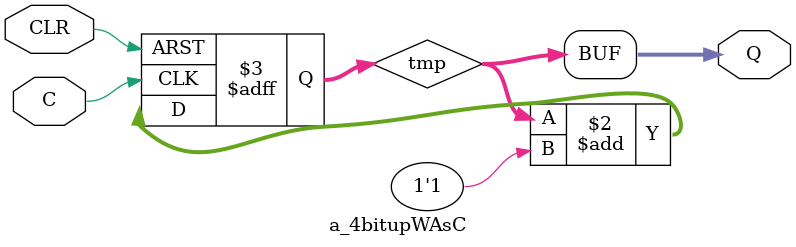
<source format=v>
`timescale 1ns / 1ps
module a_4bitupWAsC(C,CLR,Q);
input C, CLR;
output [3:0] Q;
reg [3:0] tmp;
always @(posedge C or posedge CLR)
begin
if (CLR)
tmp = 4'b0000;
else
tmp = tmp + 1'b1;
end
assign Q = tmp;


endmodule

</source>
